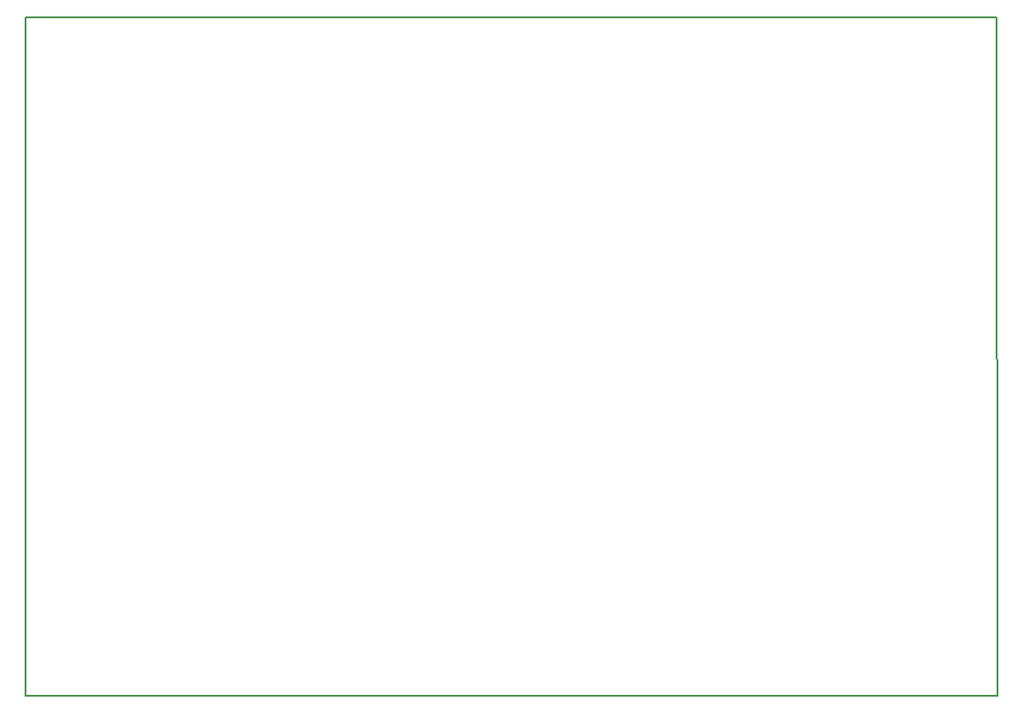
<source format=gbr>
G04 #@! TF.FileFunction,Profile,NP*
%FSLAX46Y46*%
G04 Gerber Fmt 4.6, Leading zero omitted, Abs format (unit mm)*
G04 Created by KiCad (PCBNEW 4.0.2-stable) date 20.06.2016 22.34.35*
%MOMM*%
G01*
G04 APERTURE LIST*
%ADD10C,0.100000*%
%ADD11C,0.150000*%
G04 APERTURE END LIST*
D10*
D11*
X95250000Y-134112000D02*
X95250000Y-71120000D01*
X185547000Y-134112000D02*
X95250000Y-134112000D01*
X185420000Y-71120000D02*
X185547000Y-134112000D01*
X95250000Y-71120000D02*
X185420000Y-71120000D01*
M02*

</source>
